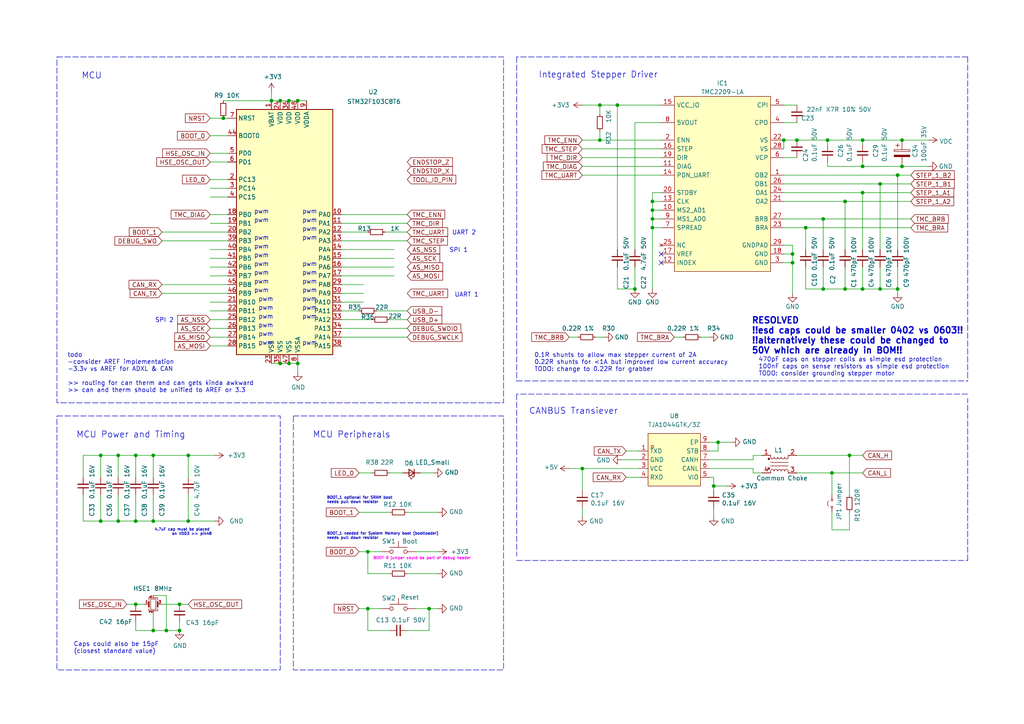
<source format=kicad_sch>
(kicad_sch (version 20231120) (generator "eeschema") (generator_version "8.0")
  (paper "A4")
  (title_block (title "MCU & ICS") (date "2021-10-17") (rev "0.0") (company "VORTAC DESIGN") (comment 1 "!! wip untested revesion !!") (comment 2 "Designed to be used with Klipper Firmware") (comment 3 "Canbus Networked Grabber Control Board") (comment 4 "-- VORTAC PCB --"))
  (junction (at 245.11 58.42))
  (junction (at 227.33 40.64))
  (junction (at 233.68 66.04))
  (junction (at 54.61 132.08))
  (junction (at 81.28 105.41))
  (junction (at 179.07 30.48))
  (junction (at 173.99 30.48))
  (junction (at 39.37 132.08))
  (junction (at 246.38 132.08))
  (junction (at 240.03 40.64))
  (junction (at 168.91 135.89))
  (junction (at 78.74 29.21))
  (junction (at 52.07 175.26))
  (junction (at 54.61 151.13))
  (junction (at 229.87 73.66))
  (junction (at 48.26 182.88))
  (junction (at 238.76 63.5))
  (junction (at 29.21 151.13))
  (junction (at 245.11 83.82))
  (junction (at 250.19 40.64))
  (junction (at 52.07 182.88))
  (junction (at 106.68 176.53))
  (junction (at 184.15 83.82))
  (junction (at 261.62 40.64))
  (junction (at 29.21 132.08))
  (junction (at 86.36 105.41))
  (junction (at 81.28 29.21))
  (junction (at 44.45 132.08))
  (junction (at 189.23 66.04))
  (junction (at 189.23 60.96))
  (junction (at 34.29 132.08))
  (junction (at 255.27 53.34))
  (junction (at 173.99 40.64))
  (junction (at 44.45 151.13))
  (junction (at 189.23 63.5))
  (junction (at 39.37 151.13))
  (junction (at 241.3 137.16))
  (junction (at 39.37 175.26))
  (junction (at 250.19 55.88))
  (junction (at 229.87 76.2))
  (junction (at 189.23 58.42))
  (junction (at 34.29 151.13))
  (junction (at 238.76 83.82))
  (junction (at 260.35 83.82))
  (junction (at 64.77 34.29))
  (junction (at 231.14 40.64))
  (junction (at 44.45 182.88))
  (junction (at 208.28 128.27))
  (junction (at 83.82 105.41))
  (junction (at 83.82 29.21))
  (junction (at 250.19 83.82))
  (junction (at 106.68 160.02))
  (junction (at 255.27 83.82))
  (junction (at 124.46 176.53))
  (junction (at 260.35 50.8))
  (junction (at 86.36 29.21))
  (junction (at 207.01 140.97))
  (junction (at 250.19 48.26))
  (junction (at 261.62 48.26))
  (no_connect (at 191.77 73.66))
  (no_connect (at 191.77 76.2))
  (wire (pts (xy 191.77 55.88) (xy 189.23 55.88)))
  (wire (pts (xy 255.27 83.82) (xy 250.19 83.82)))
  (wire (pts (xy 120.65 160.02) (xy 127 160.02)))
  (wire (pts (xy 189.23 60.96) (xy 189.23 63.5)))
  (wire (pts (xy 60.96 44.45) (xy 66.04 44.45)))
  (wire (pts (xy 250.19 48.26) (xy 261.62 48.26)))
  (wire (pts (xy 241.3 148.59) (xy 241.3 153.67)))
  (wire (pts (xy 179.07 83.82) (xy 184.15 83.82)))
  (wire (pts (xy 60.96 80.01) (xy 66.04 80.01)))
  (wire (pts (xy 60.96 46.99) (xy 66.04 46.99)))
  (wire (pts (xy 83.82 105.41) (xy 86.36 105.41)))
  (wire (pts (xy 24.13 138.43) (xy 24.13 132.08)))
  (wire (pts (xy 233.68 77.47) (xy 233.68 83.82)))
  (wire (pts (xy 227.33 40.64) (xy 231.14 40.64)))
  (wire (pts (xy 111.76 67.31) (xy 118.11 67.31)))
  (wire (pts (xy 60.96 87.63) (xy 66.04 87.63)))
  (wire (pts (xy 250.19 40.64) (xy 261.62 40.64)))
  (wire (pts (xy 114.3 77.47) (xy 99.06 77.47)))
  (wire (pts (xy 109.22 90.17) (xy 118.11 90.17)))
  (wire (pts (xy 255.27 53.34) (xy 264.16 53.34)))
  (wire (pts (xy 54.61 151.13) (xy 62.23 151.13)))
  (wire (pts (xy 218.44 132.08) (xy 218.44 133.35)))
  (wire (pts (xy 168.91 147.32) (xy 168.91 149.86)))
  (wire (pts (xy 60.96 92.71) (xy 66.04 92.71)))
  (wire (pts (xy 99.06 90.17) (xy 104.14 90.17)))
  (wire (pts (xy 173.99 33.02) (xy 173.99 30.48)))
  (wire (pts (xy 48.26 172.72) (xy 48.26 182.88)))
  (wire (pts (xy 118.11 182.88) (xy 124.46 182.88)))
  (wire (pts (xy 36.83 175.26) (xy 39.37 175.26)))
  (wire (pts (xy 106.68 166.37) (xy 106.68 160.02)))
  (wire (pts (xy 64.77 29.21) (xy 78.74 29.21)))
  (wire (pts (xy 238.76 83.82) (xy 233.68 83.82)))
  (wire (pts (xy 246.38 132.08) (xy 246.38 143.51)))
  (wire (pts (xy 229.87 76.2) (xy 227.33 76.2)))
  (wire (pts (xy 44.45 151.13) (xy 54.61 151.13)))
  (wire (pts (xy 255.27 72.39) (xy 255.27 53.34)))
  (wire (pts (xy 173.99 40.64) (xy 191.77 40.64)))
  (wire (pts (xy 207.01 140.97) (xy 207.01 142.24)))
  (wire (pts (xy 207.01 140.97) (xy 207.01 138.43)))
  (wire (pts (xy 120.65 176.53) (xy 124.46 176.53)))
  (wire (pts (xy 179.07 30.48) (xy 179.07 72.39)))
  (wire (pts (xy 168.91 135.89) (xy 185.42 135.89)))
  (wire (pts (xy 185.42 130.81) (xy 181.61 130.81)))
  (wire (pts (xy 39.37 132.08) (xy 44.45 132.08)))
  (wire (pts (xy 233.68 66.04) (xy 233.68 72.39)))
  (wire (pts (xy 179.07 30.48) (xy 191.77 30.48)))
  (wire (pts (xy 260.35 85.09) (xy 260.35 83.82)))
  (wire (pts (xy 105.41 82.55) (xy 99.06 82.55)))
  (wire (pts (xy 241.3 137.16) (xy 250.19 137.16)))
  (wire (pts (xy 99.06 62.23) (xy 118.11 62.23)))
  (wire (pts (xy 81.28 29.21) (xy 83.82 29.21)))
  (wire (pts (xy 220.98 132.08) (xy 218.44 132.08)))
  (wire (pts (xy 60.96 90.17) (xy 66.04 90.17)))
  (wire (pts (xy 39.37 151.13) (xy 39.37 143.51)))
  (wire (pts (xy 124.46 182.88) (xy 124.46 176.53)))
  (wire (pts (xy 44.45 177.8) (xy 44.45 182.88)))
  (wire (pts (xy 34.29 138.43) (xy 34.29 132.08)))
  (wire (pts (xy 121.92 137.16) (xy 125.73 137.16)))
  (wire (pts (xy 86.36 105.41) (xy 86.36 107.95)))
  (wire (pts (xy 46.99 69.85) (xy 66.04 69.85)))
  (wire (pts (xy 238.76 77.47) (xy 238.76 83.82)))
  (polyline (pts (xy 280.67 16.51) (xy 280.67 110.49)) (stroke (width 0) (type dash)))
  (wire (pts (xy 99.06 85.09) (xy 105.41 85.09)))
  (wire (pts (xy 124.46 176.53) (xy 127 176.53)))
  (polyline (pts (xy 280.67 16.51) (xy 149.86 16.51)) (stroke (width 0) (type dash)))
  (wire (pts (xy 44.45 132.08) (xy 54.61 132.08)))
  (wire (pts (xy 168.91 45.72) (xy 191.77 45.72)))
  (wire (pts (xy 118.11 166.37) (xy 127 166.37)))
  (wire (pts (xy 189.23 83.82) (xy 189.23 66.04)))
  (wire (pts (xy 231.14 137.16) (xy 241.3 137.16)))
  (wire (pts (xy 39.37 138.43) (xy 39.37 132.08)))
  (wire (pts (xy 168.91 30.48) (xy 173.99 30.48)))
  (wire (pts (xy 168.91 40.64) (xy 173.99 40.64)))
  (wire (pts (xy 255.27 77.47) (xy 255.27 83.82)))
  (wire (pts (xy 60.96 97.79) (xy 66.04 97.79)))
  (wire (pts (xy 168.91 135.89) (xy 168.91 142.24)))
  (wire (pts (xy 168.91 43.18) (xy 191.77 43.18)))
  (wire (pts (xy 260.35 50.8) (xy 264.16 50.8)))
  (wire (pts (xy 238.76 63.5) (xy 238.76 72.39)))
  (wire (pts (xy 106.68 176.53) (xy 110.49 176.53)))
  (wire (pts (xy 184.15 35.56) (xy 191.77 35.56)))
  (wire (pts (xy 172.72 97.79) (xy 175.26 97.79)))
  (wire (pts (xy 245.11 58.42) (xy 245.11 72.39)))
  (wire (pts (xy 189.23 63.5) (xy 189.23 66.04)))
  (wire (pts (xy 250.19 46.99) (xy 250.19 48.26)))
  (wire (pts (xy 66.04 74.93) (xy 60.96 74.93)))
  (wire (pts (xy 24.13 143.51) (xy 24.13 151.13)))
  (wire (pts (xy 227.33 45.72) (xy 231.14 45.72)))
  (wire (pts (xy 189.23 58.42) (xy 191.77 58.42)))
  (wire (pts (xy 227.33 63.5) (xy 238.76 63.5)))
  (wire (pts (xy 260.35 83.82) (xy 255.27 83.82)))
  (wire (pts (xy 60.96 57.15) (xy 66.04 57.15)))
  (wire (pts (xy 207.01 140.97) (xy 210.82 140.97)))
  (wire (pts (xy 269.24 48.26) (xy 261.62 48.26)))
  (wire (pts (xy 46.99 175.26) (xy 52.07 175.26)))
  (wire (pts (xy 260.35 50.8) (xy 260.35 72.39)))
  (wire (pts (xy 189.23 63.5) (xy 191.77 63.5)))
  (wire (pts (xy 39.37 151.13) (xy 44.45 151.13)))
  (wire (pts (xy 99.06 74.93) (xy 114.3 74.93)))
  (wire (pts (xy 208.28 128.27) (xy 205.74 128.27)))
  (wire (pts (xy 233.68 66.04) (xy 264.16 66.04)))
  (wire (pts (xy 240.03 46.99) (xy 240.03 48.26)))
  (wire (pts (xy 29.21 151.13) (xy 29.21 143.51)))
  (wire (pts (xy 34.29 151.13) (xy 39.37 151.13)))
  (wire (pts (xy 227.33 30.48) (xy 231.14 30.48)))
  (wire (pts (xy 48.26 182.88) (xy 52.07 182.88)))
  (wire (pts (xy 60.96 62.23) (xy 66.04 62.23)))
  (wire (pts (xy 46.99 85.09) (xy 66.04 85.09)))
  (wire (pts (xy 227.33 43.18) (xy 227.33 40.64)))
  (wire (pts (xy 189.23 58.42) (xy 189.23 60.96)))
  (wire (pts (xy 250.19 55.88) (xy 250.19 72.39)))
  (wire (pts (xy 240.03 48.26) (xy 250.19 48.26)))
  (wire (pts (xy 86.36 29.21) (xy 83.82 29.21)))
  (wire (pts (xy 34.29 151.13) (xy 34.29 143.51)))
  (wire (pts (xy 60.96 64.77) (xy 66.04 64.77)))
  (wire (pts (xy 86.36 29.21) (xy 88.9 29.21)))
  (polyline (pts (xy 280.67 114.3) (xy 149.86 114.3)) (stroke (width 0) (type dash)))
  (wire (pts (xy 60.96 34.29) (xy 64.77 34.29)))
  (wire (pts (xy 260.35 77.47) (xy 260.35 83.82)))
  (wire (pts (xy 113.03 182.88) (xy 106.68 182.88)))
  (polyline (pts (xy 149.86 114.3) (xy 149.86 161.29)) (stroke (width 0) (type dash)))
  (wire (pts (xy 54.61 151.13) (xy 54.61 143.51)))
  (wire (pts (xy 208.28 130.81) (xy 208.28 128.27)))
  (wire (pts (xy 220.98 137.16) (xy 218.44 137.16)))
  (wire (pts (xy 44.45 182.88) (xy 48.26 182.88)))
  (wire (pts (xy 60.96 95.25) (xy 66.04 95.25)))
  (wire (pts (xy 246.38 153.67) (xy 246.38 148.59)))
  (wire (pts (xy 229.87 73.66) (xy 227.33 73.66)))
  (wire (pts (xy 227.33 50.8) (xy 260.35 50.8)))
  (wire (pts (xy 241.3 137.16) (xy 241.3 143.51)))
  (wire (pts (xy 113.03 166.37) (xy 106.68 166.37)))
  (wire (pts (xy 205.74 135.89) (xy 218.44 135.89)))
  (wire (pts (xy 104.14 137.16) (xy 107.95 137.16)))
  (polyline (pts (xy 149.86 162.56) (xy 280.67 162.56)) (stroke (width 0) (type dash)))
  (wire (pts (xy 46.99 82.55) (xy 66.04 82.55)))
  (wire (pts (xy 39.37 175.26) (xy 41.91 175.26)))
  (wire (pts (xy 198.12 97.79) (xy 195.58 97.79)))
  (wire (pts (xy 173.99 30.48) (xy 179.07 30.48)))
  (wire (pts (xy 60.96 52.07) (xy 66.04 52.07)))
  (wire (pts (xy 205.74 130.81) (xy 208.28 130.81)))
  (wire (pts (xy 229.87 71.12) (xy 229.87 73.66)))
  (wire (pts (xy 184.15 83.82) (xy 184.15 77.47)))
  (wire (pts (xy 44.45 151.13) (xy 44.45 143.51)))
  (wire (pts (xy 208.28 128.27) (xy 212.09 128.27)))
  (wire (pts (xy 218.44 137.16) (xy 218.44 135.89)))
  (wire (pts (xy 246.38 132.08) (xy 250.19 132.08)))
  (wire (pts (xy 44.45 172.72) (xy 48.26 172.72)))
  (wire (pts (xy 24.13 151.13) (xy 29.21 151.13)))
  (wire (pts (xy 205.74 138.43) (xy 207.01 138.43)))
  (wire (pts (xy 78.74 105.41) (xy 81.28 105.41)))
  (wire (pts (xy 78.74 26.67) (xy 78.74 29.21)))
  (wire (pts (xy 250.19 55.88) (xy 264.16 55.88)))
  (wire (pts (xy 245.11 58.42) (xy 264.16 58.42)))
  (wire (pts (xy 240.03 40.64) (xy 240.03 41.91)))
  (wire (pts (xy 29.21 132.08) (xy 34.29 132.08)))
  (wire (pts (xy 189.23 60.96) (xy 191.77 60.96)))
  (wire (pts (xy 99.06 69.85) (xy 118.11 69.85)))
  (wire (pts (xy 39.37 182.88) (xy 44.45 182.88)))
  (wire (pts (xy 269.24 40.64) (xy 261.62 40.64)))
  (wire (pts (xy 64.77 34.29) (xy 66.04 34.29)))
  (wire (pts (xy 113.03 137.16) (xy 116.84 137.16)))
  (wire (pts (xy 60.96 100.33) (xy 66.04 100.33)))
  (wire (pts (xy 227.33 58.42) (xy 245.11 58.42)))
  (wire (pts (xy 99.06 95.25) (xy 118.11 95.25)))
  (wire (pts (xy 54.61 132.08) (xy 54.61 138.43)))
  (wire (pts (xy 218.44 133.35) (xy 205.74 133.35)))
  (wire (pts (xy 44.45 132.08) (xy 44.45 138.43)))
  (wire (pts (xy 231.14 35.56) (xy 227.33 35.56)))
  (wire (pts (xy 179.07 77.47) (xy 179.07 83.82)))
  (wire (pts (xy 250.19 77.47) (xy 250.19 83.82)))
  (wire (pts (xy 165.1 97.79) (xy 167.64 97.79)))
  (wire (pts (xy 189.23 55.88) (xy 189.23 58.42)))
  (wire (pts (xy 227.33 53.34) (xy 255.27 53.34)))
  (wire (pts (xy 231.14 132.08) (xy 246.38 132.08)))
  (wire (pts (xy 99.06 92.71) (xy 107.95 92.71)))
  (wire (pts (xy 99.06 72.39) (xy 114.3 72.39)))
  (wire (pts (xy 60.96 54.61) (xy 66.04 54.61)))
  (wire (pts (xy 105.41 87.63) (xy 99.06 87.63)))
  (wire (pts (xy 34.29 132.08) (xy 39.37 132.08)))
  (wire (pts (xy 245.11 83.82) (xy 238.76 83.82)))
  (wire (pts (xy 227.33 66.04) (xy 233.68 66.04)))
  (wire (pts (xy 173.99 38.1) (xy 173.99 40.64)))
  (wire (pts (xy 189.23 66.04) (xy 191.77 66.04)))
  (wire (pts (xy 99.06 97.79) (xy 118.11 97.79)))
  (wire (pts (xy 113.03 92.71) (xy 118.11 92.71)))
  (polyline (pts (xy 149.86 16.51) (xy 149.86 110.49)) (stroke (width 0) (type dash)))
  (wire (pts (xy 250.19 83.82) (xy 245.11 83.82)))
  (wire (pts (xy 52.07 175.26) (xy 54.61 175.26)))
  (wire (pts (xy 81.28 105.41) (xy 83.82 105.41)))
  (wire (pts (xy 46.99 67.31) (xy 66.04 67.31)))
  (wire (pts (xy 81.28 29.21) (xy 78.74 29.21)))
  (wire (pts (xy 231.14 40.64) (xy 240.03 40.64)))
  (wire (pts (xy 168.91 48.26) (xy 191.77 48.26)))
  (wire (pts (xy 207.01 147.32) (xy 207.01 149.86)))
  (wire (pts (xy 54.61 132.08) (xy 62.23 132.08)))
  (wire (pts (xy 240.03 40.64) (xy 250.19 40.64)))
  (wire (pts (xy 99.06 80.01) (xy 114.3 80.01)))
  (wire (pts (xy 52.07 182.88) (xy 52.07 180.34)))
  (wire (pts (xy 24.13 132.08) (xy 29.21 132.08)))
  (wire (pts (xy 238.76 63.5) (xy 264.16 63.5)))
  (wire (pts (xy 229.87 73.66) (xy 229.87 76.2)))
  (wire (pts (xy 60.96 77.47) (xy 66.04 77.47)))
  (wire (pts (xy 104.14 148.59) (xy 113.03 148.59)))
  (wire (pts (xy 184.15 35.56) (xy 184.15 72.39)))
  (wire (pts (xy 106.68 160.02) (xy 110.49 160.02)))
  (wire (pts (xy 165.1 135.89) (xy 168.91 135.89)))
  (wire (pts (xy 99.06 67.31) (xy 106.68 67.31)))
  (wire (pts (xy 241.3 153.67) (xy 246.38 153.67)))
  (wire (pts (xy 60.96 72.39) (xy 66.04 72.39)))
  (wire (pts (xy 227.33 71.12) (xy 229.87 71.12)))
  (wire (pts (xy 104.14 176.53) (xy 106.68 176.53)))
  (wire (pts (xy 227.33 55.88) (xy 250.19 55.88)))
  (polyline (pts (xy 280.67 162.56) (xy 280.67 115.57)) (stroke (width 0) (type dash)))
  (wire (pts (xy 180.34 133.35) (xy 185.42 133.35)))
  (wire (pts (xy 99.06 64.77) (xy 118.11 64.77)))
  (wire (pts (xy 205.74 97.79) (xy 203.2 97.79)))
  (wire (pts (xy 60.96 39.37) (xy 66.04 39.37)))
  (wire (pts (xy 245.11 77.47) (xy 245.11 83.82)))
  (wire (pts (xy 29.21 138.43) (xy 29.21 132.08)))
  (wire (pts (xy 168.91 50.8) (xy 191.77 50.8)))
  (wire (pts (xy 29.21 151.13) (xy 34.29 151.13)))
  (wire (pts (xy 181.61 138.43) (xy 185.42 138.43)))
  (wire (pts (xy 39.37 180.34) (xy 39.37 182.88)))
  (wire (pts (xy 106.68 182.88) (xy 106.68 176.53)))
  (wire (pts (xy 118.11 148.59) (xy 127 148.59)))
  (wire (pts (xy 229.87 76.2) (xy 229.87 85.09)))
  (wire (pts (xy 104.14 160.02) (xy 106.68 160.02)))
  (polyline (pts (xy 149.86 110.49) (xy 280.67 110.49)) (stroke (width 0) (type dash)))
  (wire (pts (xy 250.19 40.64) (xy 250.19 41.91)))
  (rectangle (start 16.51 120.65) (end 81.28 194.31) (stroke (width 0) (type dash)))
  (rectangle (start 16.51 16.51) (end 146.05 116.84) (stroke (width 0) (type dash)))
  (rectangle (start 85.09 120.65) (end 146.05 194.31) (stroke (width 0) (type dash)))
  (text "pwm" (at 87.63 62.23 0) (effects (font (size 1.27 1.27)) (justify left bottom)))
  (text "pwm" (at 74.93 87.63 0) (effects (font (size 1.27 1.27)) (justify left bottom)))
  (text "pwm" (at 74.93 95.25 0) (effects (font (size 1.27 1.27)) (justify left bottom)))
  (text "pwm" (at 87.63 77.47 0) (effects (font (size 1.27 1.27)) (justify left bottom)))
  (text "RESOLVED\n!!esd caps could be smaller 0402 vs 0603!!\n!!alternatively these could be changed to \n50V which are already in BOM!!" (at 217.932 102.87 0) (effects (font (size 1.8034 1.8034) (thickness 0.3607) (bold yes)) (justify left bottom)))
  (text "UART 1" (at 131.826 86.36 0) (effects (font (size 1.27 1.27)) (justify left bottom)))
  (text "UART 2" (at 131.064 68.326 0) (effects (font (size 1.27 1.27)) (justify left bottom)))
  (text "pwm" (at 74.93 97.79 0) (effects (font (size 1.27 1.27)) (justify left bottom)))
  (text "0.1R shunts to allow max stepper current of 2A\n0.22R shunts for <1A but improved low current accuracy\nTODO: change to 0.22R for grabber" (at 154.94 107.95 0) (effects (font (size 1.27 1.27)) (justify left bottom)))
  (text "Caps could also be 15pF \n(closest standard value)" (at 21.336 189.738 0) (effects (font (size 1.27 1.27)) (justify left bottom)))
  (text "pwm" (at 74.93 92.71 0) (effects (font (size 1.27 1.27)) (justify left bottom)))
  (text "pwm" (at 73.66 77.47 0) (effects (font (size 1.27 1.27)) (justify left bottom)))
  (text "BOOT_1 optional for SRAM boot\nneeds pull down resistor" (at 94.742 144.018 0) (effects (font (size 0.7874 0.7874)) (justify left top)))
  (text "pwm" (at 87.63 92.71 0) (effects (font (size 1.27 1.27)) (justify left bottom)))
  (text "SPI 1\n" (at 130.302 73.406 0) (effects (font (size 1.27 1.27)) (justify left bottom)))
  (text "pwm" (at 73.66 85.09 0) (effects (font (size 1.27 1.27)) (justify left bottom)))
  (text "pwm" (at 73.66 62.23 0) (effects (font (size 1.27 1.27)) (justify left bottom)))
  (text "pwm" (at 74.93 90.17 0) (effects (font (size 1.27 1.27)) (justify left bottom)))
  (text "MCU Power and Timing" (at 22.098 127.254 0) (effects (font (size 1.8034 1.8034)) (justify left bottom)))
  (text "pwm" (at 73.66 74.93 0) (effects (font (size 1.27 1.27)) (justify left bottom)))
  (text "pwm" (at 87.63 80.01 0) (effects (font (size 1.27 1.27)) (justify left bottom)))
  (text "pwm" (at 74.93 100.33 0) (effects (font (size 1.27 1.27)) (justify left bottom)))
  (text "pwm" (at 73.66 80.01 0) (effects (font (size 1.27 1.27)) (justify left bottom)))
  (text "pwm" (at 87.63 87.63 0) (effects (font (size 1.27 1.27)) (justify left bottom)))
  (text "pwm" (at 87.63 85.09 0) (effects (font (size 1.27 1.27)) (justify left bottom)))
  (text "pwm" (at 87.63 64.77 0) (effects (font (size 1.27 1.27)) (justify left bottom)))
  (text "pwm" (at 87.63 69.85 0) (effects (font (size 1.27 1.27)) (justify left bottom)))
  (text "Integrated Stepper Driver" (at 156.21 22.86 0) (effects (font (size 1.8034 1.8034)) (justify left bottom)))
  (text "4.7uF cap must be placed \non VDD3 >> pin48" (at 61.468 155.448 0) (effects (font (size 0.7874 0.7874)) (justify right bottom)))
  (text "pwm" (at 73.66 69.85 0) (effects (font (size 1.27 1.27)) (justify left bottom)))
  (text "todo \n-consider AREF implementation\n-3.3v vs AREF for ADXL & CAN\n\n>> routing for can therm and can gets kinda awkward\n>> can and therm should be unified to AREF or 3.3" (at 19.558 114.046 0) (effects (font (size 1.27 1.27)) (justify left bottom)))
  (text "470pF caps on stepper coils as simple esd protection\n100nF caps on sense resistors as simple esd protection\nTODO: consider grounding stepper motor" (at 219.964 109.22 0) (effects (font (size 1.27 1.27)) (justify left bottom)))
  (text "pwm" (at 73.66 64.77 0) (effects (font (size 1.27 1.27)) (justify left bottom)))
  (text "BOOT 0 jumper could be part of debug header\n" (at 108.204 161.544 0) (effects (font (size 0.7874 0.7874)) (justify left top)))
  (text "pwm" (at 87.63 100.33 0) (effects (font (size 1.27 1.27)) (justify left bottom)))
  (text "MCU Peripherals" (at 90.678 127.254 0) (effects (font (size 1.8034 1.8034)) (justify left bottom)))
  (text "SPI 2" (at 44.958 93.726 0) (effects (font (size 1.27 1.27)) (justify left bottom)))
  (text "pwm" (at 87.63 82.55 0) (effects (font (size 1.27 1.27)) (justify left bottom)))
  (text "BOOT_1 needed for System Memory boot (bootloader)\nneeds pull down resistor" (at 94.742 154.432 0) (effects (font (size 0.7874 0.7874)) (justify left top)))
  (text "pwm" (at 73.66 82.55 0) (effects (font (size 1.27 1.27)) (justify left bottom)))
  (text "pwm" (at 87.63 67.31 0) (effects (font (size 1.27 1.27)) (justify left bottom)))
  (text "pwm" (at 87.63 90.17 0) (effects (font (size 1.27 1.27)) (justify left bottom)))
  (text "CANBUS Transiever" (at 153.416 120.396 0) (effects (font (size 1.8034 1.8034)) (justify left bottom)))
  (text "MCU" (at 23.622 23.114 0) (effects (font (size 1.8034 1.8034)) (justify left bottom)))
  (text "pwm" (at 73.66 72.39 0) (effects (font (size 1.27 1.27)) (justify left bottom)))
  (global_label "HSE_OSC_OUT" (shape input) (at 60.96 46.99 180) (property "Intersheetrefs" "${INTERSHEET_REFS}" (effects (hide yes))))
  (global_label "CAN_RX" (shape input) (at 181.61 138.43 180) (property "Intersheetrefs" "${INTERSHEET_REFS}" (effects (hide yes))))
  (global_label "TOOL_ID_PIN" (shape input) (at 118.11 52.07 0) (property "Intersheetrefs" "${INTERSHEET_REFS}" (effects (hide yes))))
  (global_label "CAN_H" (shape input) (at 250.19 132.08 0) (property "Intersheetrefs" "${INTERSHEET_REFS}" (effects (hide yes))))
  (global_label "AS_MISO" (shape input) (at 118.11 77.47 0) (property "Intersheetrefs" "${INTERSHEET_REFS}" (effects (hide yes))))
  (global_label "CAN_L" (shape input) (at 250.19 137.16 0) (property "Intersheetrefs" "${INTERSHEET_REFS}" (effects (hide yes))))
  (global_label "STEP_1_B2" (shape input) (at 264.16 50.8 0) (property "Intersheetrefs" "${INTERSHEET_REFS}" (effects (hide yes))))
  (global_label "LED_0" (shape input) (at 60.96 52.07 180) (property "Intersheetrefs" "${INTERSHEET_REFS}" (effects (hide yes))))
  (global_label "HSE_OSC_IN" (shape input) (at 60.96 44.45 180) (property "Intersheetrefs" "${INTERSHEET_REFS}" (effects (hide yes))))
  (global_label "HSE_OSC_OUT" (shape input) (at 54.61 175.26 0) (property "Intersheetrefs" "${INTERSHEET_REFS}" (effects (hide yes))))
  (global_label "ENDSTOP_Z" (shape input) (at 118.11 46.99 0) (property "Intersheetrefs" "${INTERSHEET_REFS}" (effects (hide yes))))
  (global_label "STEP_1_A1" (shape input) (at 264.16 55.88 0) (property "Intersheetrefs" "${INTERSHEET_REFS}" (effects (hide yes))))
  (global_label "DEBUG_SWO" (shape input) (at 46.99 69.85 180) (property "Intersheetrefs" "${INTERSHEET_REFS}" (effects (hide yes))))
  (global_label "TMC_STEP" (shape input) (at 168.91 43.18 180) (property "Intersheetrefs" "${INTERSHEET_REFS}" (effects (hide yes))))
  (global_label "TMC_DIAG" (shape input) (at 168.91 48.26 180) (property "Intersheetrefs" "${INTERSHEET_REFS}" (effects (hide yes))))
  (global_label "AS_SCK" (shape input) (at 118.11 74.93 0) (property "Intersheetrefs" "${INTERSHEET_REFS}" (effects (hide yes))))
  (global_label "USB_D+" (shape input) (at 118.11 92.71 0) (property "Intersheetrefs" "${INTERSHEET_REFS}" (effects (hide yes))))
  (global_label "BOOT_1" (shape input) (at 104.14 148.59 180) (property "Intersheetrefs" "${INTERSHEET_REFS}" (effects (hide yes))))
  (global_label "TMC_BRB" (shape input) (at 264.16 63.5 0) (property "Intersheetrefs" "${INTERSHEET_REFS}" (effects (hide yes))))
  (global_label "TMC_ENN" (shape input) (at 168.91 40.64 180) (property "Intersheetrefs" "${INTERSHEET_REFS}" (effects (hide yes))))
  (global_label "BOOT_1" (shape input) (at 46.99 67.31 180) (property "Intersheetrefs" "${INTERSHEET_REFS}" (effects (hide yes))))
  (global_label "TMC_ENN" (shape input) (at 118.11 62.23 0) (property "Intersheetrefs" "${INTERSHEET_REFS}" (effects (hide yes))))
  (global_label "TMC_DIR" (shape input) (at 118.11 64.77 0) (property "Intersheetrefs" "${INTERSHEET_REFS}" (effects (hide yes))))
  (global_label "TMC_STEP" (shape input) (at 118.11 69.85 0) (property "Intersheetrefs" "${INTERSHEET_REFS}" (effects (hide yes))))
  (global_label "TMC_BRA" (shape input) (at 195.58 97.79 180) (property "Intersheetrefs" "${INTERSHEET_REFS}" (effects (hide yes))))
  (global_label "BOOT_0" (shape input) (at 104.14 160.02 180) (property "Intersheetrefs" "${INTERSHEET_REFS}" (effects (hide yes))))
  (global_label "TMC_BRB" (shape input) (at 165.1 97.79 180) (property "Intersheetrefs" "${INTERSHEET_REFS}" (effects (hide yes))))
  (global_label "DEBUG_SWCLK" (shape input) (at 118.11 97.79 0) (property "Intersheetrefs" "${INTERSHEET_REFS}" (effects (hide yes))))
  (global_label "STEP_1_A2" (shape input) (at 264.16 58.42 0) (property "Intersheetrefs" "${INTERSHEET_REFS}" (effects (hide yes))))
  (global_label "TMC_UART" (shape input) (at 168.91 50.8 180) (property "Intersheetrefs" "${INTERSHEET_REFS}" (effects (hide yes))))
  (global_label "NRST" (shape input) (at 104.14 176.53 180) (property "Intersheetrefs" "${INTERSHEET_REFS}" (effects (hide yes))))
  (global_label "CAN_RX" (shape input) (at 46.99 82.55 180) (property "Intersheetrefs" "${INTERSHEET_REFS}" (effects (hide yes))))
  (global_label "LED_0" (shape input) (at 104.14 137.16 180) (property "Intersheetrefs" "${INTERSHEET_REFS}" (effects (hide yes))))
  (global_label "ENDSTOP_X" (shape input) (at 118.11 49.53 0) (property "Intersheetrefs" "${INTERSHEET_REFS}" (effects (hide yes))))
  (global_label "NRST" (shape input) (at 60.96 34.29 180) (property "Intersheetrefs" "${INTERSHEET_REFS}" (effects (hide yes))))
  (global_label "AS_MOSI" (shape input) (at 60.96 100.33 180) (property "Intersheetrefs" "${INTERSHEET_REFS}" (effects (hide yes))))
  (global_label "USB_D-" (shape input) (at 118.11 90.17 0) (property "Intersheetrefs" "${INTERSHEET_REFS}" (effects (hide yes))))
  (global_label "BOOT_0" (shape input) (at 60.96 39.37 180) (property "Intersheetrefs" "${INTERSHEET_REFS}" (effects (hide yes))))
  (global_label "TMC_DIAG" (shape input) (at 60.96 62.23 180) (property "Intersheetrefs" "${INTERSHEET_REFS}" (effects (hide yes))))
  (global_label "CAN_TX" (shape input) (at 46.99 85.09 180) (property "Intersheetrefs" "${INTERSHEET_REFS}" (effects (hide yes))))
  (global_label "STEP_1_B1" (shape input) (at 264.16 53.34 0) (property "Intersheetrefs" "${INTERSHEET_REFS}" (effects (hide yes))))
  (global_label "AS_NSS" (shape input) (at 60.96 92.71 180) (property "Intersheetrefs" "${INTERSHEET_REFS}" (effects (hide yes))))
  (global_label "HSE_OSC_IN" (shape input) (at 36.83 175.26 180) (property "Intersheetrefs" "${INTERSHEET_REFS}" (effects (hide yes))))
  (global_label "AS_SCK" (shape input) (at 60.96 95.25 180) (property "Intersheetrefs" "${INTERSHEET_REFS}" (effects (hide yes))))
  (global_label "TMC_BRA" (shape input) (at 264.16 66.04 0) (property "Intersheetrefs" "${INTERSHEET_REFS}" (effects (hide yes))))
  (global_label "TMC_DIR" (shape input) (at 168.91 45.72 180) (property "Intersheetrefs" "${INTERSHEET_REFS}" (effects (hide yes))))
  (global_label "TMC_UART" (shape input) (at 118.11 67.31 0) (property "Intersheetrefs" "${INTERSHEET_REFS}" (effects (hide yes))))
  (global_label "AS_NSS" (shape input) (at 118.11 72.39 0) (property "Intersheetrefs" "${INTERSHEET_REFS}" (effects (hide yes))))
  (global_label "AS_MOSI" (shape input) (at 118.11 80.01 0) (property "Intersheetrefs" "${INTERSHEET_REFS}" (effects (hide yes))))
  (global_label "AS_MISO" (shape input) (at 60.96 97.79 180) (property "Intersheetrefs" "${INTERSHEET_REFS}" (effects (hide yes))))
  (global_label "DEBUG_SWDIO" (shape input) (at 118.11 95.25 0) (property "Intersheetrefs" "${INTERSHEET_REFS}" (effects (hide yes))))
  (global_label "CAN_TX" (shape input) (at 181.61 130.81 180) (property "Intersheetrefs" "${INTERSHEET_REFS}" (effects (hide yes))))
  (global_label "TMC_UART" (shape input) (at 118.11 85.09 0) (property "Intersheetrefs" "${INTERSHEET_REFS}" (effects (hide yes))))
  (symbol (lib_id "VORTAC-rescue:STM32F103C8Tx-MCU_ST_STM32F1") (at 83.82 67.31 0) (unit 1)
    (property "Reference" "U2" (at 108.204 26.67 0))
    (property "Value" "STM32F103C8T6" (at 108.458 29.464 0))
    (property "Footprint" "Package_QFP:LQFP-48_7x7mm_P0.5mm" (effects (hide yes)))
    (property "Datasheet" "https://www.lcsc.com/product-detail/ST-Microelectronics_STMicroelectronics-STM32F103C8T6_C8734.html" (effects (hide yes)))
    (property "LCSC" "C8734" (effects (hide yes)))
  )
  (symbol (lib_id "Device:C_Small") (at 24.13 140.97 180) (unit 1)
    (property "Reference" "C33" (at 26.67 149.86 90) (effects (justify right)))
    (property "Value" "0.1uF 16V" (at 26.67 144.78 90) (effects (justify right)))
    (property "Footprint" "Capacitor_SMD:C_0402_1005Metric" (effects (hide yes)))
    (property "Description" "Unpolarized capacitor, small symbol" (effects (hide yes)))
    (property "LCSC" "C1525" (effects (hide yes)))
  )
  (symbol (lib_id "Device:C_Small") (at 54.61 140.97 180) (unit 1)
    (property "Reference" "C40" (at 57.15 149.86 90) (effects (justify right)))
    (property "Value" "4.7uF 10V" (at 57.15 144.78 90) (effects (justify right)))
    (property "Footprint" "Capacitor_SMD:C_0402_1005Metric" (effects (hide yes)))
    (property "Description" "Unpolarized capacitor, small symbol" (effects (hide yes)))
    (property "LCSC" "C368809" (effects (hide yes)))
  )
  (symbol (lib_id "Device:C_Small") (at 29.21 140.97 180) (unit 1)
    (property "Reference" "C36" (at 31.75 149.86 90) (effects (justify right)))
    (property "Value" "0.1uF 16V" (at 31.75 144.78 90) (effects (justify right)))
    (property "Footprint" "Capacitor_SMD:C_0402_1005Metric" (effects (hide yes)))
    (property "Description" "Unpolarized capacitor, small symbol" (effects (hide yes)))
    (property "LCSC" "C1525" (effects (hide yes)))
  )
  (symbol (lib_id "Device:C_Small") (at 34.29 140.97 180) (unit 1)
    (property "Reference" "C37" (at 36.83 149.86 90) (effects (justify right)))
    (property "Value" "0.1uF 16V" (at 36.83 144.78 90) (effects (justify right)))
    (property "Footprint" "Capacitor_SMD:C_0402_1005Metric" (effects (hide yes)))
    (property "Description" "Unpolarized capacitor, small symbol" (effects (hide yes)))
    (property "LCSC" "C1525" (effects (hide yes)))
  )
  (symbol (lib_id "Device:C_Small") (at 39.37 140.97 180) (unit 1)
    (property "Reference" "C38" (at 41.91 149.86 90) (effects (justify right)))
    (property "Value" "0.1uF 16V" (at 41.91 144.78 90) (effects (justify right)))
    (property "Footprint" "Capacitor_SMD:C_0402_1005Metric" (effects (hide yes)))
    (property "Description" "Unpolarized capacitor, small symbol" (effects (hide yes)))
    (property "LCSC" "C1525" (effects (hide yes)))
  )
  (symbol (lib_id "VORTAC-rescue:GND-power") (at 207.01 149.86 0) (unit 1)
    (property "Reference" "#PWR0122" (effects (hide yes)))
    (property "Value" "GND" (at 211.074 151.13 0))
  )
  (symbol (lib_id "Device:C_Small") (at 207.01 144.78 0) (unit 1)
    (property "Reference" "C35" (at 209.3468 143.6116 0) (effects (justify left)))
    (property "Value" "0.1uF 16V" (at 209.3468 145.923 0) (effects (justify left)))
    (property "Footprint" "Capacitor_SMD:C_0402_1005Metric" (effects (hide yes)))
    (property "Description" "Unpolarized capacitor, small symbol" (effects (hide yes)))
  )
  (symbol (lib_id "Device:C_Small") (at 44.45 140.97 180) (unit 1)
    (property "Reference" "C39" (at 46.99 149.86 90) (effects (justify right)))
    (property "Value" "0.1uF 16V" (at 46.99 144.78 90) (effects (justify right)))
    (property "Footprint" "Capacitor_SMD:C_0402_1005Metric" (effects (hide yes)))
    (property "Description" "Unpolarized capacitor, small symbol" (effects (hide yes)))
    (property "LCSC" "C1525" (effects (hide yes)))
  )
  (symbol (lib_id "VORTAC-rescue:GND-power") (at 62.23 151.13 90) (unit 1)
    (property "Reference" "#PWR0123" (effects (hide yes)))
    (property "Value" "GND" (at 68.58 151.13 90))
  )
  (symbol (lib_id "VORTAC-rescue:GND-power") (at 86.36 107.95 0) (unit 1)
    (property "Reference" "#PWR0124" (effects (hide yes)))
    (property "Value" "GND" (at 86.487 112.3442 0))
  )
  (symbol (lib_id "Device:Crystal_GND24_Small") (at 44.45 175.26 0) (unit 1)
    (property "Reference" "HSE1" (at 38.608 170.688 0) (effects (justify left)))
    (property "Value" "8MHz" (at 44.704 170.688 0) (effects (justify left)))
    (property "Footprint" "Crystal:Crystal_SMD_3225-4Pin_3.2x2.5mm" (effects (hide yes)))
    (property "Datasheet" "https://www.lcsc.com/datasheet/lcsc_datasheet_2410121946_Lucki-L327S080D11L_C5261255.pdf" (effects (hide yes)))
    (property "Description" "Four pin crystal, GND on pins 2 and 4, small symbol" (effects (hide yes)))
    (property "LCSC" "C5261255" (effects (hide yes)))
  )
  (symbol (lib_id "Device:C_Small") (at 52.07 177.8 0) (unit 1)
    (property "Reference" "C43" (at 53.848 180.594 0) (effects (justify left)))
    (property "Value" "16pF" (at 58.674 180.594 0) (effects (justify left)))
    (property "Footprint" "Capacitor_SMD:C_0402_1005Metric" (effects (hide yes)))
    (property "Description" "Unpolarized capacitor, small symbol" (effects (hide yes)))
  )
  (symbol (lib_id "Device:C_Small") (at 39.37 177.8 0) (unit 1)
    (property "Reference" "C42" (at 28.702 180.34 0) (effects (justify left)))
    (property "Value" "16pF" (at 33.528 180.34 0) (effects (justify left)))
    (property "Footprint" "Capacitor_SMD:C_0402_1005Metric" (effects (hide yes)))
    (property "Description" "Unpolarized capacitor, small symbol" (effects (hide yes)))
  )
  (symbol (lib_id "Device:R_Small") (at 106.68 90.17 270) (unit 1)
    (property "Reference" "R35" (at 102.87 89.154 90))
    (property "Value" "22R" (at 110.744 89.154 90))
    (property "Footprint" "Resistor_SMD:R_0402_1005Metric" (effects (hide yes)))
    (property "Description" "Resistor, small symbol" (effects (hide yes)))
  )
  (symbol (lib_id "Device:R_Small") (at 110.49 92.71 270) (unit 1)
    (property "Reference" "R36" (at 106.68 91.948 90))
    (property "Value" "22R" (at 114.554 91.694 90))
    (property "Footprint" "Resistor_SMD:R_0402_1005Metric" (effects (hide yes)))
    (property "Description" "Resistor, small symbol" (effects (hide yes)))
  )
  (symbol (lib_id "VORTAC-rescue:GND1-power") (at 52.07 182.88 0) (unit 1)
    (property "Reference" "#PWR0163" (effects (hide yes)))
    (property "Value" "GND" (at 52.197 187.2742 0))
  )
  (symbol (lib_id "VORTAC-rescue:+3.3V-power") (at 78.74 26.67 0) (unit 1)
    (property "Reference" "#PWR0149" (effects (hide yes)))
    (property "Value" "+3V3" (at 79.121 22.2758 0))
  )
  (symbol (lib_id "VORTAC-rescue:+3.3V-power") (at 62.23 132.08 270) (unit 1)
    (property "Reference" "#PWR0151" (effects (hide yes)))
    (property "Value" "+3V3" (at 68.58 132.08 90))
  )
  (symbol (lib_id "VORTAC-rescue:+3.3V-power") (at 210.82 140.97 270) (unit 1)
    (property "Reference" "#PWR0153" (effects (hide yes)))
    (property "Value" "+3V3" (at 217.17 140.97 90))
  )
  (symbol (lib_id "VORTAC-rescue:VDC-power") (at 269.24 40.64 270) (unit 1)
    (property "Reference" "#PWR0155" (effects (hide yes)))
    (property "Value" "VDC" (at 272.4912 41.021 90) (effects (justify left)))
  )
  (symbol (lib_id "VORTAC-rescue:+3.3V-power") (at 168.91 30.48 90) (unit 1)
    (property "Reference" "#PWR0156" (effects (hide yes)))
    (property "Value" "+3V3" (at 162.56 30.48 90))
  )
  (symbol (lib_id "Device:LED_Small") (at 119.38 137.16 180) (unit 1)
    (property "Reference" "D6" (at 118.618 134.366 0))
    (property "Value" "LED_Small" (at 125.476 134.112 0))
    (property "Footprint" "LED_SMD:LED_0402_1005Metric" (effects (hide yes)))
    (property "Datasheet" "https://www.lcsc.com/datasheet/lcsc_datasheet_2008201033_Foshan-NationStar-Optoelectronics-NCD0402B1_C130724.pdf" (effects (hide yes)))
    (property "Description" "Light emitting diode, small symbol" (effects (hide yes)))
    (property "LCSC" "C130724" (effects (hide yes)))
  )
  (symbol (lib_id "Device:R_Small") (at 110.49 137.16 270) (unit 1)
    (property "Reference" "R38" (at 107.95 134.112 90))
    (property "Value" "22R" (at 112.268 134.112 90))
    (property "Footprint" "Resistor_SMD:R_0402_1005Metric" (effects (hide yes)))
    (property "Description" "Resistor, small symbol" (effects (hide yes)))
  )
  (symbol (lib_id "VORTAC-rescue:GND-power") (at 125.73 137.16 90) (unit 1)
    (property "Reference" "#PWR0162" (effects (hide yes)))
    (property "Value" "GND" (at 128.9812 137.033 90) (effects (justify right)))
  )
  (symbol (lib_id "Device:R_Small") (at 170.18 97.79 270) (unit 1)
    (property "Reference" "R30" (at 176.53 95.25 90))
    (property "Value" "0.22R 1%" (at 167.64 95.25 90))
    (property "Footprint" "Resistor_SMD:R_1206_3216Metric" (effects (hide yes)))
    (property "Description" "Resistor, small symbol" (effects (hide yes)))
    (property "LCSC" "C346768" (effects (hide yes)))
  )
  (symbol (lib_id "Device:C_Small") (at 231.14 33.02 0) (unit 1)
    (property "Reference" "C23" (at 236.22 34.29 0) (effects (justify right)))
    (property "Value" "22nF X7R 10% 50V" (at 252.73 31.75 0) (effects (justify right)))
    (property "Footprint" "Capacitor_SMD:C_0603_1608Metric" (effects (hide yes)))
    (property "Description" "Unpolarized capacitor, small symbol" (effects (hide yes)))
  )
  (symbol (lib_id "Device:R_Small") (at 200.66 97.79 270) (unit 1)
    (property "Reference" "R34" (at 207.01 95.25 90))
    (property "Value" "0.22R 1%" (at 198.12 95.25 90))
    (property "Footprint" "Resistor_SMD:R_1206_3216Metric" (effects (hide yes)))
    (property "Description" "Resistor, small symbol" (effects (hide yes)))
    (property "LCSC" "C346768" (effects (hide yes)))
  )
  (symbol (lib_id "VORTAC-rescue:GND-power") (at 205.74 97.79 90) (unit 1)
    (property "Reference" "#PWR0119" (effects (hide yes)))
    (property "Value" "GND" (at 210.82 97.79 90))
  )
  (symbol (lib_id "VORTAC-rescue:GND-power") (at 175.26 97.79 90) (unit 1)
    (property "Reference" "#PWR0118" (effects (hide yes)))
    (property "Value" "GND" (at 180.34 97.79 90))
  )
  (symbol (lib_id "VORTAC-rescue:GND-power") (at 229.87 85.09 0) (unit 1)
    (property "Reference" "#PWR0112" (effects (hide yes)))
    (property "Value" "GND" (at 229.87 88.9 0))
  )
  (symbol (lib_id "ToolChanger:TMC2209-LA") (at 209.55 54.61 0) (unit 1)
    (property "Reference" "IC1" (at 209.55 24.13 0))
    (property "Value" "TMC2209-LA" (at 209.55 26.67 0))
    (property "Footprint" "Vortac:tmc_2209_package" (effects (hide yes)))
    (property "Datasheet" "https://www.lcsc.com/product-detail/Motor-Driver-ICs_TRINAMIC-Motion-Control-GmbH-TMC2209-LA_C465949.html" (effects (hide yes)))
    (property "Description" "MOTOR DRIVER, -40 TO 125DEG C; Motor Type:Stepper; No. of Outputs:1Outputs; Output Current:-; Output Voltage:-; Driver Case Style:QFN; No. of Pins:28Pins; Supply Voltage Min:4.75V; Supply Voltage Max:29V; Product Range:- RoHS Compliant: Yes" (effects (hide yes)))
    (property "LCSC" "C465949" (effects (hide yes)))
  )
  (symbol (lib_id "VORTAC-rescue:GND-power") (at 189.23 83.82 0) (unit 1)
    (property "Reference" "#PWR0113" (effects (hide yes)))
    (property "Value" "GND" (at 189.23 87.63 0))
  )
  (symbol (lib_id "VORTAC-rescue:GND-power") (at 269.24 48.26 90) (unit 1)
    (property "Reference" "#PWR0114" (effects (hide yes)))
    (property "Value" "GND" (at 274.32 48.26 90))
  )
  (symbol (lib_id "Device:C_Small") (at 240.03 44.45 180) (unit 1)
    (property "Reference" "C26" (at 243.84 45.72 90) (effects (justify right)))
    (property "Value" "0.1uF 50V" (at 246.38 46.99 90) (effects (justify right)))
    (property "Footprint" "Capacitor_SMD:C_0603_1608Metric" (effects (hide yes)))
    (property "Description" "Unpolarized capacitor, small symbol" (effects (hide yes)))
    (property "LCSC" "C1591" (effects (hide yes)))
  )
  (symbol (lib_id "Device:C_Small") (at 250.19 44.45 180) (unit 1)
    (property "Reference" "C29" (at 254 45.72 90) (effects (justify right)))
    (property "Value" "0.1uF 50V" (at 256.54 46.99 90) (effects (justify right)))
    (property "Footprint" "Capacitor_SMD:C_0603_1608Metric" (effects (hide yes)))
    (property "Description" "Unpolarized capacitor, small symbol" (effects (hide yes)))
    (property "LCSC" "C1591" (effects (hide yes)))
  )
  (symbol (lib_id "VORTAC-rescue:CP-Device") (at 261.62 44.45 0) (unit 1)
    (property "Reference" "C34" (at 265.43 45.72 90) (effects (justify left)))
    (property "Value" "100uF 35V" (at 267.97 46.99 90) (effects (justify left)))
    (property "Footprint" "Capacitor_SMD:CP_Elec_6.3x7.7" (effects (hide yes)))
    (property "Datasheet" "https://www.lcsc.com/datasheet/lcsc_datasheet_2410121335_HRK-GVZ1V107M0608CNVC_C2983388.pdf" (effects (hide yes)))
    (property "F1" "Capacitor_SMD:CP_Elec_6.3x5.8 / 8x10" (effects (hide yes)))
    (property "LCSC" "C2983388 " (effects (hide yes)))
  )
  (symbol (lib_id "Device:C_Small") (at 231.14 43.18 180) (unit 1)
    (property "Reference" "C24" (at 233.68 46.99 90) (effects (justify right)))
    (property "Value" "0.1uF 50V" (at 236.22 46.99 90) (effects (justify right)))
    (property "Footprint" "Capacitor_SMD:C_0603_1608Metric" (effects (hide yes)))
    (property "Description" "Unpolarized capacitor, small symbol" (effects (hide yes)))
    (property "LCSC" "C1591" (effects (hide yes)))
  )
  (symbol (lib_id "Device:R_Small") (at 173.99 35.56 180) (unit 1)
    (property "Reference" "R32" (at 176.53 38.1 90) (effects (justify left)))
    (property "Value" "10K" (at 176.53 31.75 90) (effects (justify left)))
    (property "Footprint" "Resistor_SMD:R_0402_1005Metric" (effects (hide yes)))
    (property "Description" "Resistor, small symbol" (effects (hide yes)))
  )
  (symbol (lib_id "Device:C_Small") (at 179.07 74.93 0) (unit 1)
    (property "Reference" "C21" (at 181.61 80.01 90) (effects (justify right)))
    (property "Value" "0.1uF 50V" (at 181.61 68.58 90) (effects (justify right)))
    (property "Footprint" "Capacitor_SMD:C_0603_1608Metric" (effects (hide yes)))
    (property "Description" "Unpolarized capacitor, small symbol" (effects (hide yes)))
    (property "LCSC" "C1591" (effects (hide yes)))
  )
  (symbol (lib_id "Device:C_Small") (at 184.15 74.93 0) (unit 1)
    (property "Reference" "C22" (at 186.69 80.01 90) (effects (justify right)))
    (property "Value" "4.7uF 50V" (at 186.69 68.58 90) (effects (justify right)))
    (property "Footprint" "Capacitor_SMD:C_0603_1608Metric" (effects (hide yes)))
    (property "Description" "Unpolarized capacitor, small symbol" (effects (hide yes)))
    (property "LCSC" "C1591" (effects (hide yes)))
  )
  (symbol (lib_id "VORTAC-rescue:GND-power") (at 184.15 83.82 0) (unit 1)
    (property "Reference" "#PWR0115" (effects (hide yes)))
    (property "Value" "GND" (at 184.15 87.63 0))
  )
  (symbol (lib_id "Device:C_Small") (at 233.68 74.93 0) (unit 1)
    (property "Reference" "C10" (at 236.22 79.248 90) (effects (justify right)))
    (property "Value" "0.1uF 50V" (at 236.22 68.58 90) (effects (justify right)))
    (property "Footprint" "Capacitor_SMD:C_0603_1608Metric" (effects (hide yes)))
    (property "Description" "Unpolarized capacitor, small symbol" (effects (hide yes)))
    (property "LCSC" "C1591" (effects (hide yes)))
  )
  (symbol (lib_id "VORTAC-rescue:GND-power") (at 127 176.53 90) (unit 1)
    (property "Reference" "#PWR017" (effects (hide yes)))
    (property "Value" "GND" (at 130.2512 176.403 90) (effects (justify right)))
  )
  (symbol (lib_id "Device:C_Small") (at 260.35 74.93 0) (unit 1)
    (property "Reference" "C9" (at 262.89 80.772 90) (effects (justify right)))
    (property "Value" "470pF 100V" (at 262.89 68.58 90) (effects (justify right)))
    (property "Footprint" "Capacitor_SMD:C_0603_1608Metric" (effects (hide yes)))
    (property "Description" "Unpolarized capacitor, small symbol" (effects (hide yes)))
    (property "LCSC" "C1591" (effects (hide yes)))
  )
  (symbol (lib_id "Device:C_Small") (at 115.57 182.88 90) (unit 1)
    (property "Reference" "C13" (at 108.966 179.832 90) (effects (justify right)))
    (property "Value" "0.1uF 50V" (at 113.538 179.832 90) (effects (justify right)))
    (property "Footprint" "Capacitor_SMD:C_0603_1608Metric" (effects (hide yes)))
    (property "Description" "Unpolarized capacitor, small symbol" (effects (hide yes)))
    (property "LCSC" "C1591" (effects (hide yes)))
  )
  (symbol (lib_id "VORTAC-rescue:GND-power") (at 168.91 149.86 0) (unit 1)
    (property "Reference" "#PWR025" (effects (hide yes)))
    (property "Value" "GND" (at 172.974 151.13 0))
  )
  (symbol (lib_id "Device:C_Small") (at 255.27 74.93 0) (unit 1)
    (property "Reference" "C6" (at 257.81 80.772 90) (effects (justify right)))
    (property "Value" "470pF 100V" (at 257.81 68.58 90) (effects (justify right)))
    (property "Footprint" "Capacitor_SMD:C_0603_1608Metric" (effects (hide yes)))
    (property "Description" "Unpolarized capacitor, small symbol" (effects (hide yes)))
    (property "LCSC" "C1591" (effects (hide yes)))
  )
  (symbol (lib_id "Device:R_Small") (at 64.77 31.75 180) (unit 1)
    (property "Reference" "R9" (at 64.77 27.686 0) (effects (justify left)))
    (property "Value" "10K" (at 69.596 27.686 0) (effects (justify left)))
    (property "Footprint" "Resistor_SMD:R_0402_1005Metric" (effects (hide yes)))
    (property "Description" "Resistor, small symbol" (effects (hide yes)))
  )
  (symbol (lib_id "VORTAC-rescue:GND-power") (at 260.35 85.09 0) (unit 1)
    (property "Reference" "#PWR013" (effects (hide yes)))
    (property "Value" "GND" (at 260.35 88.9 0))
  )
  (symbol (lib_id "VORTAC-rescue:+3.3V-power") (at 127 160.02 270) (unit 1)
    (property "Reference" "#PWR015" (effects (hide yes)))
    (property "Value" "+3V3" (at 133.35 160.02 90))
  )
  (symbol (lib_id "Jumper:Jumper_2_Small_Open") (at 241.3 146.05 90) (unit 1) (exclude_from_sim yes)
    (property "Reference" "JP1" (at 243.332 147.32 0) (effects (justify right)))
    (property "Value" "Jumper" (at 243.332 139.954 0) (effects (justify right)))
    (property "Footprint" "Connector_PinHeader_1.27mm:PinHeader_2x01_P1.27mm_Vertical" (effects (hide yes)))
    (property "Description" "Jumper, 2-pole, small symbol, open" (effects (hide yes)))
  )
  (symbol (lib_id "Device:R_Small") (at 115.57 148.59 90) (unit 1)
    (property "Reference" "R12" (at 115.062 146.304 90) (effects (justify left)))
    (property "Value" "10K" (at 119.634 146.304 90) (effects (justify left)))
    (property "Footprint" "Resistor_SMD:R_0402_1005Metric" (effects (hide yes)))
    (property "Description" "Resistor, small symbol" (effects (hide yes)))
  )
  (symbol (lib_id "Device:C_Small") (at 245.11 74.93 0) (unit 1)
    (property "Reference" "C1" (at 247.65 80.772 90) (effects (justify right)))
    (property "Value" "470pF 100V" (at 247.65 68.58 90) (effects (justify right)))
    (property "Footprint" "Capacitor_SMD:C_0603_1608Metric" (effects (hide yes)))
    (property "Description" "Unpolarized capacitor, small symbol" (effects (hide yes)))
    (property "LCSC" "C1591" (effects (hide yes)))
  )
  (symbol (lib_id "Vortac:TJA1044GTK_3Z") (at 195.58 133.35 0) (unit 1)
    (property "Reference" "U8" (at 195.58 120.65 0))
    (property "Value" "TJA1044GTK/3Z" (at 195.58 123.19 0))
    (property "Footprint" "Vortac:HVSON-8-1EP_3x3mm_P0.65mm_EP1.6x2.4mm" (effects (hide yes)))
    (property "Datasheet" "https://www.nxp.com/docs/en/data-sheet/TJA1044.pdf" (effects (hide yes)))
    (property "LCSC Part" "C2157795" (effects (hide yes)))
  )
  (symbol (lib_id "Device:R_Small") (at 109.22 67.31 90) (unit 1)
    (property "Reference" "R13" (at 105.664 66.294 90))
    (property "Value" "1K" (at 114.554 66.294 90))
    (property "Footprint" "Resistor_SMD:R_0402_1005Metric" (effects (hide yes)))
    (property "Description" "Resistor, small symbol" (effects (hide yes)))
  )
  (symbol (lib_id "VORTAC-rescue:GND-power") (at 212.09 128.27 90) (unit 1)
    (property "Reference" "#PWR024" (effects (hide yes)))
    (property "Value" "GND" (at 215.3412 128.143 90) (effects (justify right)))
  )
  (symbol (lib_id "Switch:SW_Push") (at 115.57 176.53 0) (unit 1)
    (property "Reference" "SW2" (at 112.776 173.482 0))
    (property "Value" "Reset" (at 118.872 173.228 0))
    (property "Footprint" "Vortac:KEY-SMD_B3U-1000PM" (effects (hide yes)))
    (property "Datasheet" "https://www.lcsc.com/datasheet/lcsc_datasheet_2504101957_Omron-Electronics-B3U-1000P_C231329.pdf" (effects (hide yes)))
    (property "Description" "Push button switch, generic, two pins" (effects (hide yes)))
    (property "LCSC" "C231329" (effects (hide yes)))
  )
  (symbol (lib_id "VORTAC-rescue:+5V-power") (at 165.1 135.89 90) (unit 1)
    (property "Reference" "#PWR022" (effects (hide yes)))
    (property "Value" "+5V" (at 161.8488 135.509 90) (effects (justify left)))
  )
  (symbol (lib_id "Filter:Choke_Wurth_WE-CNSW_744232090") (at 226.06 134.62 0) (unit 1)
    (property "Reference" "L1" (at 225.806 130.556 0))
    (property "Value" "Common Choke" (at 226.822 138.684 0))
    (property "Footprint" "Vortac:L_CommonModeChoke_Coilcraft_0805USB" (effects (hide yes)))
    (property "Datasheet" "https://www.lcsc.com/datasheet/lcsc_datasheet_2412201235_TDK-ACM2012-201-2P-T001_C383338.pdf" (effects (hide yes)))
    (property "LCSC" "C383338" (effects (hide yes)))
  )
  (symbol (lib_id "Switch:SW_Push") (at 115.57 160.02 0) (unit 1)
    (property "Reference" "SW1" (at 112.776 156.972 0))
    (property "Value" "Boot" (at 118.872 156.972 0))
    (property "Footprint" "Vortac:KEY-SMD_B3U-1000PM" (effects (hide yes)))
    (property "Datasheet" "https://www.lcsc.com/datasheet/lcsc_datasheet_2504101957_Omron-Electronics-B3U-1000P_C231329.pdf" (effects (hide yes)))
    (property "Description" "Push button switch, generic, two pins" (effects (hide yes)))
    (property "LCSC" "C231329" (effects (hide yes)))
  )
  (symbol (lib_id "Device:C_Small") (at 168.91 144.78 0) (unit 1)
    (property "Reference" "C17" (at 171.2468 143.6116 0) (effects (justify left)))
    (property "Value" "0.1uF 16V" (at 171.2468 145.923 0) (effects (justify left)))
    (property "Footprint" "Capacitor_SMD:C_0402_1005Metric" (effects (hide yes)))
    (property "Description" "Unpolarized capacitor, small symbol" (effects (hide yes)))
  )
  (symbol (lib_id "Device:R_Small") (at 115.57 166.37 90) (unit 1)
    (property "Reference" "R11" (at 115.062 164.084 90) (effects (justify left)))
    (property "Value" "10K" (at 119.634 164.084 90) (effects (justify left)))
    (property "Footprint" "Resistor_SMD:R_0402_1005Metric" (effects (hide yes)))
    (property "Description" "Resistor, small symbol" (effects (hide yes)))
  )
  (symbol (lib_id "Device:R_Small") (at 246.38 146.05 0) (unit 1)
    (property "Reference" "R10" (at 248.666 151.384 90) (effects (justify left)))
    (property "Value" "120R" (at 248.666 146.812 90) (effects (justify left)))
    (property "Footprint" "Resistor_SMD:R_0402_1005Metric" (effects (hide yes)))
    (property "Description" "Resistor, small symbol" (effects (hide yes)))
  )
  (symbol (lib_id "VORTAC-rescue:GND-power") (at 180.34 133.35 270) (unit 1)
    (property "Reference" "#PWR023" (effects (hide yes)))
    (property "Value" "GND" (at 177.0888 133.477 90) (effects (justify right)))
  )
  (symbol (lib_id "Device:C_Small") (at 250.19 74.93 0) (unit 1)
    (property "Reference" "C4" (at 252.73 80.772 90) (effects (justify right)))
    (property "Value" "470pF 100V" (at 252.73 68.58 90) (effects (justify right)))
    (property "Footprint" "Capacitor_SMD:C_0603_1608Metric" (effects (hide yes)))
    (property "Description" "Unpolarized capacitor, small symbol" (effects (hide yes)))
    (property "LCSC" "C1591" (effects (hide yes)))
  )
  (symbol (lib_id "VORTAC-rescue:GND-power") (at 127 148.59 90) (unit 1)
    (property "Reference" "#PWR018" (effects (hide yes)))
    (property "Value" "GND" (at 130.2512 148.463 90) (effects (justify right)))
  )
  (symbol (lib_id "VORTAC-rescue:GND-power") (at 127 166.37 90) (unit 1)
    (property "Reference" "#PWR016" (effects (hide yes)))
    (property "Value" "GND" (at 130.2512 166.243 90) (effects (justify right)))
  )
  (symbol (lib_id "Device:C_Small") (at 238.76 74.93 0) (unit 1)
    (property "Reference" "C2" (at 241.554 79.756 90) (effects (justify right)))
    (property "Value" "0.1uF 50V" (at 241.3 68.58 90) (effects (justify right)))
    (property "Footprint" "Capacitor_SMD:C_0603_1608Metric" (effects (hide yes)))
    (property "Description" "Unpolarized capacitor, small symbol" (effects (hide yes)))
    (property "LCSC" "C1591" (effects (hide yes)))
  )
)
</source>
